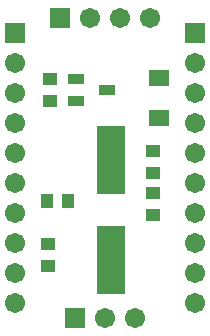
<source format=gbs>
G04 Layer_Color=16711935*
%FSTAX24Y24*%
%MOIN*%
G70*
G01*
G75*
%ADD33C,0.0671*%
%ADD34R,0.0671X0.0671*%
%ADD35R,0.0671X0.0671*%
%ADD36R,0.0454X0.0395*%
%ADD37R,0.0395X0.0454*%
%ADD38R,0.0710X0.0572*%
%ADD39R,0.0552X0.0336*%
%ADD40R,0.0980X0.2280*%
D33*
X046Y0205D02*
D03*
X045D02*
D03*
X048Y021D02*
D03*
Y022D02*
D03*
Y023D02*
D03*
Y024D02*
D03*
Y025D02*
D03*
Y029D02*
D03*
Y028D02*
D03*
Y027D02*
D03*
Y026D02*
D03*
X042Y021D02*
D03*
Y022D02*
D03*
Y023D02*
D03*
Y024D02*
D03*
Y025D02*
D03*
Y029D02*
D03*
Y028D02*
D03*
Y027D02*
D03*
Y026D02*
D03*
X0445Y0305D02*
D03*
X0455D02*
D03*
X0465D02*
D03*
D34*
X044Y0205D02*
D03*
X0435Y0305D02*
D03*
D35*
X048Y03D02*
D03*
X042D02*
D03*
D36*
X0431Y022246D02*
D03*
Y022954D02*
D03*
X043154Y027746D02*
D03*
Y028454D02*
D03*
X0466Y025346D02*
D03*
Y026054D02*
D03*
Y024654D02*
D03*
Y023946D02*
D03*
D37*
X04378Y0244D02*
D03*
X043071D02*
D03*
D38*
X0468Y02851D02*
D03*
Y027152D02*
D03*
D39*
X045077Y0281D02*
D03*
X044032Y027726D02*
D03*
Y028474D02*
D03*
D40*
X0452Y025773D02*
D03*
Y022427D02*
D03*
M02*

</source>
